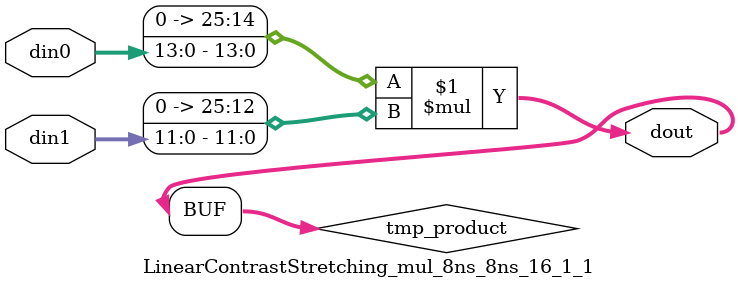
<source format=v>

`timescale 1 ns / 1 ps

  module LinearContrastStretching_mul_8ns_8ns_16_1_1(din0, din1, dout);
parameter ID = 1;
parameter NUM_STAGE = 0;
parameter din0_WIDTH = 14;
parameter din1_WIDTH = 12;
parameter dout_WIDTH = 26;

input [din0_WIDTH - 1 : 0] din0; 
input [din1_WIDTH - 1 : 0] din1; 
output [dout_WIDTH - 1 : 0] dout;

wire signed [dout_WIDTH - 1 : 0] tmp_product;










assign tmp_product = $signed({1'b0, din0}) * $signed({1'b0, din1});











assign dout = tmp_product;







endmodule

</source>
